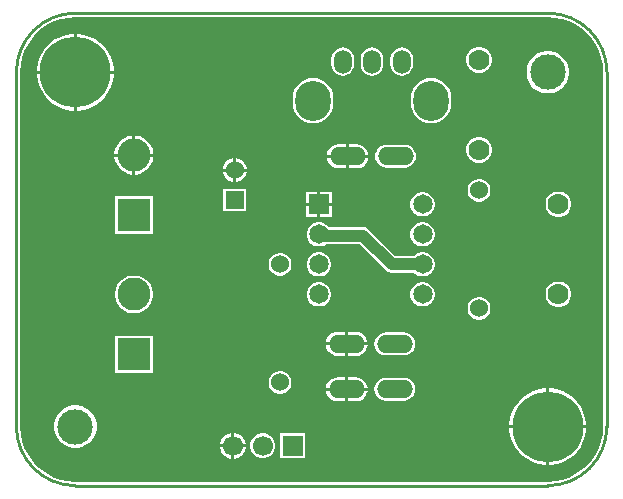
<source format=gbl>
G04*
G04 #@! TF.GenerationSoftware,Altium Limited,CircuitMaker,2.2.1 (2.2.1.6)*
G04*
G04 Layer_Physical_Order=2*
G04 Layer_Color=11436288*
%FSLAX44Y44*%
%MOMM*%
G71*
G04*
G04 #@! TF.SameCoordinates,2AB76CEE-A046-4D56-9755-BC6112196B6F*
G04*
G04*
G04 #@! TF.FilePolarity,Positive*
G04*
G01*
G75*
%ADD10C,0.2540*%
%ADD31C,1.0000*%
%ADD33R,2.7940X2.7940*%
%ADD34C,2.7940*%
%ADD35R,1.5240X1.5240*%
%ADD36C,1.5240*%
%ADD37O,3.0480X1.5240*%
%ADD38R,1.6510X1.6510*%
%ADD39C,1.6510*%
%ADD40O,3.0000X3.4000*%
%ADD41O,1.5000X2.0000*%
%ADD42C,1.7780*%
%ADD43C,1.7000*%
%ADD44R,1.7000X1.7000*%
%ADD45C,3.0000*%
%ADD46C,6.0000*%
G36*
X50000Y396666D02*
X450000D01*
X450000Y396666D01*
X450140Y396694D01*
X456096Y396303D01*
X462088Y395112D01*
X467872Y393148D01*
X473352Y390446D01*
X478431Y387052D01*
X483024Y383024D01*
X487052Y378431D01*
X490446Y373352D01*
X493148Y367873D01*
X495112Y362088D01*
X496303Y356096D01*
X496694Y350140D01*
X496666Y350000D01*
Y50000D01*
X496666Y50000D01*
X496694Y49860D01*
X496303Y43904D01*
X495112Y37912D01*
X493148Y32127D01*
X490446Y26648D01*
X487052Y21569D01*
X483024Y16976D01*
X478431Y12948D01*
X473352Y9554D01*
X467872Y6852D01*
X462088Y4888D01*
X456096Y3697D01*
X450140Y3306D01*
X450000Y3334D01*
X50000D01*
X49860Y3306D01*
X43904Y3697D01*
X37912Y4888D01*
X32127Y6852D01*
X26648Y9554D01*
X21569Y12948D01*
X16976Y16976D01*
X12948Y21569D01*
X9554Y26648D01*
X6852Y32127D01*
X4888Y37912D01*
X3697Y43904D01*
X3306Y49860D01*
X3334Y50000D01*
Y350000D01*
X3306Y350140D01*
X3697Y356096D01*
X4888Y362088D01*
X6852Y367873D01*
X9554Y373352D01*
X12948Y378431D01*
X16976Y383024D01*
X21569Y387052D01*
X26648Y390446D01*
X32127Y393148D01*
X37912Y395112D01*
X43904Y396303D01*
X49860Y396694D01*
X50000Y396666D01*
D02*
G37*
%LPC*%
G36*
X52561Y382540D02*
X51270D01*
Y351270D01*
X82540D01*
Y352561D01*
X81739Y357620D01*
X80156Y362491D01*
X77831Y367055D01*
X74820Y371198D01*
X71198Y374820D01*
X67055Y377831D01*
X62491Y380156D01*
X57620Y381739D01*
X52561Y382540D01*
D02*
G37*
G36*
X48730D02*
X47439D01*
X42380Y381739D01*
X37509Y380156D01*
X32945Y377831D01*
X28802Y374820D01*
X25180Y371198D01*
X22169Y367055D01*
X19844Y362491D01*
X18261Y357620D01*
X17460Y352561D01*
Y351270D01*
X48730D01*
Y382540D01*
D02*
G37*
G36*
X393182Y371489D02*
X390315D01*
X387545Y370747D01*
X385062Y369313D01*
X383034Y367286D01*
X381600Y364803D01*
X380858Y362033D01*
Y359165D01*
X381600Y356396D01*
X383034Y353913D01*
X385062Y351885D01*
X387545Y350451D01*
X390315Y349709D01*
X393182D01*
X395952Y350451D01*
X398435Y351885D01*
X400462Y353913D01*
X401896Y356396D01*
X402638Y359165D01*
Y362033D01*
X401896Y364803D01*
X400462Y367286D01*
X398435Y369313D01*
X395952Y370747D01*
X393182Y371489D01*
D02*
G37*
G36*
X326250Y371082D02*
X323770Y370756D01*
X321459Y369798D01*
X319475Y368275D01*
X317952Y366291D01*
X316994Y363980D01*
X316668Y361500D01*
Y356500D01*
X316994Y354020D01*
X317952Y351709D01*
X319475Y349725D01*
X321459Y348202D01*
X323770Y347244D01*
X326250Y346918D01*
X328730Y347244D01*
X331041Y348202D01*
X333025Y349725D01*
X334548Y351709D01*
X335505Y354020D01*
X335832Y356500D01*
Y361500D01*
X335505Y363980D01*
X334548Y366291D01*
X333025Y368275D01*
X331041Y369798D01*
X328730Y370756D01*
X326250Y371082D01*
D02*
G37*
G36*
X301250D02*
X298770Y370756D01*
X296459Y369798D01*
X294475Y368275D01*
X292952Y366291D01*
X291994Y363980D01*
X291668Y361500D01*
Y356500D01*
X291994Y354020D01*
X292952Y351709D01*
X294475Y349725D01*
X296459Y348202D01*
X298770Y347244D01*
X301250Y346918D01*
X303730Y347244D01*
X306041Y348202D01*
X308025Y349725D01*
X309548Y351709D01*
X310505Y354020D01*
X310832Y356500D01*
Y361500D01*
X310505Y363980D01*
X309548Y366291D01*
X308025Y368275D01*
X306041Y369798D01*
X303730Y370756D01*
X301250Y371082D01*
D02*
G37*
G36*
X276250D02*
X273770Y370756D01*
X271459Y369798D01*
X269475Y368275D01*
X267952Y366291D01*
X266994Y363980D01*
X266668Y361500D01*
Y356500D01*
X266994Y354020D01*
X267952Y351709D01*
X269475Y349725D01*
X271459Y348202D01*
X273770Y347244D01*
X276250Y346918D01*
X278730Y347244D01*
X281041Y348202D01*
X283025Y349725D01*
X284548Y351709D01*
X285505Y354020D01*
X285832Y356500D01*
Y361500D01*
X285505Y363980D01*
X284548Y366291D01*
X283025Y368275D01*
X281041Y369798D01*
X278730Y370756D01*
X276250Y371082D01*
D02*
G37*
G36*
X451773Y368000D02*
X448227D01*
X444750Y367308D01*
X441474Y365951D01*
X438526Y363982D01*
X436018Y361474D01*
X434049Y358526D01*
X432692Y355250D01*
X432000Y351773D01*
Y348227D01*
X432692Y344750D01*
X434049Y341474D01*
X436018Y338526D01*
X438526Y336018D01*
X441474Y334049D01*
X444750Y332692D01*
X448227Y332000D01*
X451773D01*
X455250Y332692D01*
X458526Y334049D01*
X461474Y336018D01*
X463982Y338526D01*
X465951Y341474D01*
X467308Y344750D01*
X468000Y348227D01*
Y351773D01*
X467308Y355250D01*
X465951Y358526D01*
X463982Y361474D01*
X461474Y363982D01*
X458526Y365951D01*
X455250Y367308D01*
X451773Y368000D01*
D02*
G37*
G36*
X82540Y348730D02*
X51270D01*
Y317460D01*
X52561D01*
X57620Y318261D01*
X62491Y319844D01*
X67055Y322169D01*
X71198Y325180D01*
X74820Y328802D01*
X77831Y332945D01*
X80156Y337509D01*
X81739Y342380D01*
X82540Y347439D01*
Y348730D01*
D02*
G37*
G36*
X48730D02*
X17460D01*
Y347439D01*
X18261Y342380D01*
X19844Y337509D01*
X22169Y332945D01*
X25180Y328802D01*
X28802Y325180D01*
X32945Y322169D01*
X37509Y319844D01*
X42380Y318261D01*
X47439Y317460D01*
X48730D01*
Y348730D01*
D02*
G37*
G36*
X351250Y345082D02*
X347917Y344754D01*
X344713Y343782D01*
X341760Y342203D01*
X339171Y340079D01*
X337047Y337490D01*
X335468Y334537D01*
X334496Y331333D01*
X334168Y328000D01*
Y324000D01*
X334496Y320667D01*
X335468Y317463D01*
X337047Y314510D01*
X339171Y311921D01*
X341760Y309797D01*
X344713Y308218D01*
X347917Y307246D01*
X351250Y306918D01*
X354583Y307246D01*
X357787Y308218D01*
X360740Y309797D01*
X363329Y311921D01*
X365453Y314510D01*
X367032Y317463D01*
X368004Y320667D01*
X368332Y324000D01*
Y328000D01*
X368004Y331333D01*
X367032Y334537D01*
X365453Y337490D01*
X363329Y340079D01*
X360740Y342203D01*
X357787Y343782D01*
X354583Y344754D01*
X351250Y345082D01*
D02*
G37*
G36*
X251250D02*
X247917Y344754D01*
X244713Y343782D01*
X241760Y342203D01*
X239171Y340079D01*
X237047Y337490D01*
X235468Y334537D01*
X234496Y331333D01*
X234168Y328000D01*
Y324000D01*
X234496Y320667D01*
X235468Y317463D01*
X237047Y314510D01*
X239171Y311921D01*
X241760Y309797D01*
X244713Y308218D01*
X247917Y307246D01*
X251250Y306918D01*
X254583Y307246D01*
X257787Y308218D01*
X260740Y309797D01*
X263329Y311921D01*
X265453Y314510D01*
X267032Y317463D01*
X268004Y320667D01*
X268332Y324000D01*
Y328000D01*
X268004Y331333D01*
X267032Y334537D01*
X265453Y337490D01*
X263329Y340079D01*
X260740Y342203D01*
X257787Y343782D01*
X254583Y344754D01*
X251250Y345082D01*
D02*
G37*
G36*
X101126Y296410D02*
X100770D01*
Y281170D01*
X116010D01*
Y281526D01*
X115375Y284716D01*
X114131Y287720D01*
X112324Y290424D01*
X110024Y292724D01*
X107320Y294531D01*
X104316Y295776D01*
X101126Y296410D01*
D02*
G37*
G36*
X98230D02*
X97874D01*
X94684Y295776D01*
X91680Y294531D01*
X88975Y292724D01*
X86676Y290424D01*
X84869Y287720D01*
X83624Y284716D01*
X82990Y281526D01*
Y281170D01*
X98230D01*
Y296410D01*
D02*
G37*
G36*
X288052Y288998D02*
X281702D01*
Y280020D01*
X298132D01*
X297950Y281402D01*
X296926Y283874D01*
X295298Y285996D01*
X293176Y287625D01*
X290704Y288648D01*
X288052Y288998D01*
D02*
G37*
G36*
X279162D02*
X272812D01*
X270159Y288648D01*
X267688Y287625D01*
X265565Y285996D01*
X263937Y283874D01*
X262913Y281402D01*
X262731Y280020D01*
X279162D01*
Y288998D01*
D02*
G37*
G36*
X393182Y295289D02*
X390315D01*
X387545Y294547D01*
X385062Y293113D01*
X383034Y291086D01*
X381600Y288603D01*
X380858Y285833D01*
Y282966D01*
X381600Y280196D01*
X383034Y277713D01*
X385062Y275685D01*
X387545Y274251D01*
X390315Y273509D01*
X393182D01*
X395952Y274251D01*
X398435Y275685D01*
X400462Y277713D01*
X401896Y280196D01*
X402638Y282966D01*
Y285833D01*
X401896Y288603D01*
X400462Y291086D01*
X398435Y293113D01*
X395952Y294547D01*
X393182Y295289D01*
D02*
G37*
G36*
X328692Y288453D02*
X313452D01*
X310940Y288122D01*
X308600Y287153D01*
X306591Y285611D01*
X305049Y283601D01*
X304079Y281261D01*
X303749Y278750D01*
X304079Y276239D01*
X305049Y273899D01*
X306591Y271889D01*
X308600Y270347D01*
X310940Y269378D01*
X313452Y269047D01*
X328692D01*
X331203Y269378D01*
X333543Y270347D01*
X335553Y271889D01*
X337095Y273899D01*
X338064Y276239D01*
X338395Y278750D01*
X338064Y281261D01*
X337095Y283601D01*
X335553Y285611D01*
X333543Y287153D01*
X331203Y288122D01*
X328692Y288453D01*
D02*
G37*
G36*
X298132Y277480D02*
X281702D01*
Y268502D01*
X288052D01*
X290704Y268852D01*
X293176Y269875D01*
X295298Y271504D01*
X296926Y273626D01*
X297950Y276098D01*
X298132Y277480D01*
D02*
G37*
G36*
X279162D02*
X262731D01*
X262913Y276098D01*
X263937Y273626D01*
X265565Y271504D01*
X267688Y269875D01*
X270159Y268852D01*
X272812Y268502D01*
X279162D01*
Y277480D01*
D02*
G37*
G36*
X186338Y277310D02*
X186270D01*
Y268420D01*
X195160D01*
Y268488D01*
X194468Y271072D01*
X193130Y273388D01*
X191238Y275280D01*
X188922Y276618D01*
X186338Y277310D01*
D02*
G37*
G36*
X183730D02*
X183662D01*
X181078Y276618D01*
X178762Y275280D01*
X176870Y273388D01*
X175532Y271072D01*
X174840Y268488D01*
Y268420D01*
X183730D01*
Y277310D01*
D02*
G37*
G36*
X116010Y278630D02*
X100770D01*
Y263390D01*
X101126D01*
X104316Y264025D01*
X107320Y265269D01*
X110024Y267076D01*
X112324Y269375D01*
X114131Y272080D01*
X115375Y275084D01*
X116010Y278274D01*
Y278630D01*
D02*
G37*
G36*
X98230D02*
X82990D01*
Y278274D01*
X83624Y275084D01*
X84869Y272080D01*
X86676Y269375D01*
X88975Y267076D01*
X91680Y265269D01*
X94684Y264025D01*
X97874Y263390D01*
X98230D01*
Y278630D01*
D02*
G37*
G36*
X195160Y265880D02*
X186270D01*
Y256990D01*
X186338D01*
X188922Y257682D01*
X191238Y259020D01*
X193130Y260912D01*
X194468Y263228D01*
X195160Y265812D01*
Y265880D01*
D02*
G37*
G36*
X183730D02*
X174840D01*
Y265812D01*
X175532Y263228D01*
X176870Y260912D01*
X178762Y259020D01*
X181078Y257682D01*
X183662Y256990D01*
X183730D01*
Y265880D01*
D02*
G37*
G36*
X393015Y259621D02*
X390482D01*
X388035Y258965D01*
X385841Y257698D01*
X384050Y255907D01*
X382784Y253714D01*
X382128Y251267D01*
Y248734D01*
X382784Y246287D01*
X384050Y244094D01*
X385841Y242303D01*
X388035Y241036D01*
X390482Y240381D01*
X393015D01*
X395462Y241036D01*
X397655Y242303D01*
X399446Y244094D01*
X400713Y246287D01*
X401368Y248734D01*
Y251267D01*
X400713Y253714D01*
X399446Y255907D01*
X397655Y257698D01*
X395462Y258965D01*
X393015Y259621D01*
D02*
G37*
G36*
X266980Y248895D02*
X257455D01*
Y239370D01*
X266980D01*
Y248895D01*
D02*
G37*
G36*
X254915D02*
X245390D01*
Y239370D01*
X254915D01*
Y248895D01*
D02*
G37*
G36*
X194620Y251370D02*
X175380D01*
Y232130D01*
X194620D01*
Y251370D01*
D02*
G37*
G36*
X345292Y248355D02*
X342592D01*
X339984Y247656D01*
X337645Y246306D01*
X335736Y244397D01*
X334386Y242058D01*
X333687Y239450D01*
Y236750D01*
X334386Y234142D01*
X335736Y231803D01*
X337645Y229894D01*
X339984Y228544D01*
X342592Y227845D01*
X345292D01*
X347900Y228544D01*
X350239Y229894D01*
X352148Y231803D01*
X353498Y234142D01*
X354197Y236750D01*
Y239450D01*
X353498Y242058D01*
X352148Y244397D01*
X350239Y246306D01*
X347900Y247656D01*
X345292Y248355D01*
D02*
G37*
G36*
X266980Y236830D02*
X257455D01*
Y227305D01*
X266980D01*
Y236830D01*
D02*
G37*
G36*
X254915D02*
X245390D01*
Y227305D01*
X254915D01*
Y236830D01*
D02*
G37*
G36*
X460434Y248991D02*
X457566D01*
X454797Y248249D01*
X452313Y246815D01*
X450286Y244787D01*
X448852Y242304D01*
X448110Y239534D01*
Y236667D01*
X448852Y233897D01*
X450286Y231414D01*
X452313Y229387D01*
X454797Y227953D01*
X457566Y227211D01*
X460434D01*
X463203Y227953D01*
X465687Y229387D01*
X467714Y231414D01*
X469148Y233897D01*
X469890Y236667D01*
Y239534D01*
X469148Y242304D01*
X467714Y244787D01*
X465687Y246815D01*
X463203Y248249D01*
X460434Y248991D01*
D02*
G37*
G36*
X115470Y245070D02*
X83530D01*
Y213130D01*
X115470D01*
Y245070D01*
D02*
G37*
G36*
X345292Y222955D02*
X342592D01*
X339984Y222256D01*
X337645Y220906D01*
X335736Y218997D01*
X334386Y216658D01*
X333687Y214050D01*
Y211350D01*
X334386Y208742D01*
X335736Y206403D01*
X337645Y204494D01*
X339984Y203144D01*
X342592Y202445D01*
X345292D01*
X347900Y203144D01*
X350239Y204494D01*
X352148Y206403D01*
X353498Y208742D01*
X354197Y211350D01*
Y214050D01*
X353498Y216658D01*
X352148Y218997D01*
X350239Y220906D01*
X347900Y222256D01*
X345292Y222955D01*
D02*
G37*
G36*
X224515Y196920D02*
X221982D01*
X219535Y196264D01*
X217342Y194998D01*
X215550Y193207D01*
X214284Y191013D01*
X213628Y188566D01*
Y186033D01*
X214284Y183587D01*
X215550Y181393D01*
X217342Y179602D01*
X219535Y178336D01*
X221982Y177680D01*
X224515D01*
X226961Y178336D01*
X229155Y179602D01*
X230946Y181393D01*
X232213Y183587D01*
X232868Y186033D01*
Y188566D01*
X232213Y191013D01*
X230946Y193207D01*
X229155Y194998D01*
X226961Y196264D01*
X224515Y196920D01*
D02*
G37*
G36*
X257535Y222955D02*
X254835D01*
X252227Y222256D01*
X249888Y220906D01*
X247979Y218997D01*
X246629Y216658D01*
X245930Y214050D01*
Y211350D01*
X246629Y208742D01*
X247979Y206403D01*
X249888Y204494D01*
X252227Y203144D01*
X254835Y202445D01*
X257535D01*
X260143Y203144D01*
X262482Y204494D01*
X262677Y204690D01*
X290326D01*
X312708Y182308D01*
X314170Y181185D01*
X315873Y180480D01*
X317700Y180240D01*
X336500D01*
X337645Y179094D01*
X339984Y177744D01*
X342592Y177045D01*
X345292D01*
X347900Y177744D01*
X350239Y179094D01*
X352148Y181003D01*
X353498Y183342D01*
X354197Y185950D01*
Y188650D01*
X353498Y191258D01*
X352148Y193597D01*
X350239Y195506D01*
X347900Y196856D01*
X345292Y197555D01*
X342592D01*
X339984Y196856D01*
X337645Y195506D01*
X336500Y194360D01*
X320625D01*
X298242Y216742D01*
X296780Y217864D01*
X295077Y218570D01*
X293250Y218810D01*
X264499D01*
X264391Y218997D01*
X262482Y220906D01*
X260143Y222256D01*
X257535Y222955D01*
D02*
G37*
G36*
Y197555D02*
X254835D01*
X252227Y196856D01*
X249888Y195506D01*
X247979Y193597D01*
X246629Y191258D01*
X245930Y188650D01*
Y185950D01*
X246629Y183342D01*
X247979Y181003D01*
X249888Y179094D01*
X252227Y177744D01*
X254835Y177045D01*
X257535D01*
X260143Y177744D01*
X262482Y179094D01*
X264391Y181003D01*
X265741Y183342D01*
X266440Y185950D01*
Y188650D01*
X265741Y191258D01*
X264391Y193597D01*
X262482Y195506D01*
X260143Y196856D01*
X257535Y197555D01*
D02*
G37*
G36*
X345292Y172155D02*
X342592D01*
X339984Y171456D01*
X337645Y170106D01*
X335736Y168197D01*
X334386Y165858D01*
X333687Y163250D01*
Y160550D01*
X334386Y157942D01*
X335736Y155603D01*
X337645Y153694D01*
X339984Y152344D01*
X342592Y151645D01*
X345292D01*
X347900Y152344D01*
X350239Y153694D01*
X352148Y155603D01*
X353498Y157942D01*
X354197Y160550D01*
Y163250D01*
X353498Y165858D01*
X352148Y168197D01*
X350239Y170106D01*
X347900Y171456D01*
X345292Y172155D01*
D02*
G37*
G36*
X257535D02*
X254835D01*
X252227Y171456D01*
X249888Y170106D01*
X247979Y168197D01*
X246629Y165858D01*
X245930Y163250D01*
Y160550D01*
X246629Y157942D01*
X247979Y155603D01*
X249888Y153694D01*
X252227Y152344D01*
X254835Y151645D01*
X257535D01*
X260143Y152344D01*
X262482Y153694D01*
X264391Y155603D01*
X265741Y157942D01*
X266440Y160550D01*
Y163250D01*
X265741Y165858D01*
X264391Y168197D01*
X262482Y170106D01*
X260143Y171456D01*
X257535Y172155D01*
D02*
G37*
G36*
X460434Y172791D02*
X457566D01*
X454797Y172049D01*
X452313Y170615D01*
X450286Y168587D01*
X448852Y166104D01*
X448110Y163335D01*
Y160467D01*
X448852Y157697D01*
X450286Y155214D01*
X452313Y153187D01*
X454797Y151753D01*
X457566Y151011D01*
X460434D01*
X463203Y151753D01*
X465687Y153187D01*
X467714Y155214D01*
X469148Y157697D01*
X469890Y160467D01*
Y163335D01*
X469148Y166104D01*
X467714Y168587D01*
X465687Y170615D01*
X463203Y172049D01*
X460434Y172791D01*
D02*
G37*
G36*
X101073Y177870D02*
X97927D01*
X94842Y177256D01*
X91935Y176052D01*
X89320Y174305D01*
X87095Y172080D01*
X85348Y169465D01*
X84144Y166558D01*
X83530Y163473D01*
Y160327D01*
X84144Y157242D01*
X85348Y154335D01*
X87095Y151720D01*
X89320Y149495D01*
X91935Y147748D01*
X94842Y146544D01*
X97927Y145930D01*
X101073D01*
X104158Y146544D01*
X107065Y147748D01*
X109680Y149495D01*
X111905Y151720D01*
X113652Y154335D01*
X114856Y157242D01*
X115470Y160327D01*
Y163473D01*
X114856Y166558D01*
X113652Y169465D01*
X111905Y172080D01*
X109680Y174305D01*
X107065Y176052D01*
X104158Y177256D01*
X101073Y177870D01*
D02*
G37*
G36*
X393017Y159619D02*
X390484D01*
X388037Y158964D01*
X385843Y157697D01*
X384052Y155906D01*
X382786Y153713D01*
X382130Y151266D01*
Y148733D01*
X382786Y146286D01*
X384052Y144093D01*
X385843Y142302D01*
X388037Y141035D01*
X390484Y140379D01*
X393017D01*
X395463Y141035D01*
X397657Y142302D01*
X399448Y144093D01*
X400714Y146286D01*
X401370Y148733D01*
Y151266D01*
X400714Y153713D01*
X399448Y155906D01*
X397657Y157697D01*
X395463Y158964D01*
X393017Y159619D01*
D02*
G37*
G36*
X287363Y130248D02*
X281014D01*
Y121270D01*
X297444D01*
X297262Y122652D01*
X296238Y125124D01*
X294610Y127246D01*
X292487Y128875D01*
X290016Y129899D01*
X287363Y130248D01*
D02*
G37*
G36*
X278474D02*
X272124D01*
X269471Y129899D01*
X267000Y128875D01*
X264877Y127246D01*
X263249Y125124D01*
X262225Y122652D01*
X262043Y121270D01*
X278474D01*
Y130248D01*
D02*
G37*
G36*
X328004Y129703D02*
X312764D01*
X310252Y129372D01*
X307912Y128403D01*
X305903Y126861D01*
X304361Y124852D01*
X303391Y122511D01*
X303060Y120000D01*
X303391Y117489D01*
X304361Y115148D01*
X305903Y113139D01*
X307912Y111597D01*
X310252Y110628D01*
X312764Y110297D01*
X328004D01*
X330515Y110628D01*
X332855Y111597D01*
X334865Y113139D01*
X336407Y115148D01*
X337376Y117489D01*
X337706Y120000D01*
X337376Y122511D01*
X336407Y124852D01*
X334865Y126861D01*
X332855Y128403D01*
X330515Y129372D01*
X328004Y129703D01*
D02*
G37*
G36*
X297444Y118730D02*
X281014D01*
Y109752D01*
X287363D01*
X290016Y110101D01*
X292487Y111125D01*
X294610Y112754D01*
X296238Y114876D01*
X297262Y117348D01*
X297444Y118730D01*
D02*
G37*
G36*
X278474D02*
X262043D01*
X262225Y117348D01*
X263249Y114876D01*
X264877Y112754D01*
X267000Y111125D01*
X269471Y110101D01*
X272124Y109752D01*
X278474D01*
Y118730D01*
D02*
G37*
G36*
X115470Y127070D02*
X83530D01*
Y95130D01*
X115470D01*
Y127070D01*
D02*
G37*
G36*
X287363Y91748D02*
X281014D01*
Y82770D01*
X297444D01*
X297262Y84152D01*
X296238Y86624D01*
X294610Y88746D01*
X292487Y90375D01*
X290016Y91398D01*
X287363Y91748D01*
D02*
G37*
G36*
X278474D02*
X272124D01*
X269471Y91398D01*
X267000Y90375D01*
X264877Y88746D01*
X263249Y86624D01*
X262225Y84152D01*
X262043Y82770D01*
X278474D01*
Y91748D01*
D02*
G37*
G36*
X224517Y96919D02*
X221984D01*
X219537Y96263D01*
X217343Y94997D01*
X215552Y93206D01*
X214286Y91012D01*
X213630Y88565D01*
Y86032D01*
X214286Y83586D01*
X215552Y81392D01*
X217343Y79601D01*
X219537Y78334D01*
X221984Y77679D01*
X224517D01*
X226963Y78334D01*
X229157Y79601D01*
X230948Y81392D01*
X232214Y83586D01*
X232870Y86032D01*
Y88565D01*
X232214Y91012D01*
X230948Y93206D01*
X229157Y94997D01*
X226963Y96263D01*
X224517Y96919D01*
D02*
G37*
G36*
X328004Y91203D02*
X312764D01*
X310252Y90872D01*
X307912Y89903D01*
X305903Y88361D01*
X304361Y86351D01*
X303391Y84011D01*
X303060Y81500D01*
X303391Y78989D01*
X304361Y76649D01*
X305903Y74639D01*
X307912Y73097D01*
X310252Y72128D01*
X312764Y71797D01*
X328004D01*
X330515Y72128D01*
X332855Y73097D01*
X334865Y74639D01*
X336407Y76649D01*
X337376Y78989D01*
X337706Y81500D01*
X337376Y84011D01*
X336407Y86351D01*
X334865Y88361D01*
X332855Y89903D01*
X330515Y90872D01*
X328004Y91203D01*
D02*
G37*
G36*
X297444Y80230D02*
X281014D01*
Y71252D01*
X287363D01*
X290016Y71602D01*
X292487Y72625D01*
X294610Y74254D01*
X296238Y76376D01*
X297262Y78848D01*
X297444Y80230D01*
D02*
G37*
G36*
X278474D02*
X262043D01*
X262225Y78848D01*
X263249Y76376D01*
X264877Y74254D01*
X267000Y72625D01*
X269471Y71602D01*
X272124Y71252D01*
X278474D01*
Y80230D01*
D02*
G37*
G36*
X452561Y82540D02*
X451270D01*
Y51270D01*
X482540D01*
Y52561D01*
X481739Y57620D01*
X480156Y62491D01*
X477831Y67055D01*
X474820Y71198D01*
X471198Y74820D01*
X467055Y77831D01*
X462491Y80156D01*
X457620Y81739D01*
X452561Y82540D01*
D02*
G37*
G36*
X448730D02*
X447439D01*
X442380Y81739D01*
X437509Y80156D01*
X432945Y77831D01*
X428802Y74820D01*
X425180Y71198D01*
X422169Y67055D01*
X419844Y62491D01*
X418261Y57620D01*
X417460Y52561D01*
Y51270D01*
X448730D01*
Y82540D01*
D02*
G37*
G36*
X184703Y44790D02*
X184520D01*
Y35020D01*
X194290D01*
Y35203D01*
X193538Y38011D01*
X192084Y40529D01*
X190029Y42584D01*
X187511Y44038D01*
X184703Y44790D01*
D02*
G37*
G36*
X181980D02*
X181797D01*
X178989Y44038D01*
X176471Y42584D01*
X174416Y40529D01*
X172962Y38011D01*
X172210Y35203D01*
Y35020D01*
X181980D01*
Y44790D01*
D02*
G37*
G36*
X51773Y68000D02*
X48227D01*
X44750Y67308D01*
X41474Y65951D01*
X38526Y63981D01*
X36019Y61474D01*
X34049Y58526D01*
X32692Y55250D01*
X32000Y51773D01*
Y48227D01*
X32692Y44750D01*
X34049Y41474D01*
X36019Y38526D01*
X38526Y36019D01*
X41474Y34049D01*
X44750Y32692D01*
X48227Y32000D01*
X51773D01*
X55250Y32692D01*
X58526Y34049D01*
X61474Y36019D01*
X63981Y38526D01*
X65951Y41474D01*
X67308Y44750D01*
X68000Y48227D01*
Y51773D01*
X67308Y55250D01*
X65951Y58526D01*
X63981Y61474D01*
X61474Y63981D01*
X58526Y65951D01*
X55250Y67308D01*
X51773Y68000D01*
D02*
G37*
G36*
X244550Y44250D02*
X223550D01*
Y23250D01*
X244550D01*
Y44250D01*
D02*
G37*
G36*
X210032D02*
X207268D01*
X204597Y43534D01*
X202203Y42152D01*
X200248Y40197D01*
X198866Y37803D01*
X198150Y35132D01*
Y32368D01*
X198866Y29697D01*
X200248Y27303D01*
X202203Y25348D01*
X204597Y23966D01*
X207268Y23250D01*
X210032D01*
X212703Y23966D01*
X215097Y25348D01*
X217052Y27303D01*
X218434Y29697D01*
X219150Y32368D01*
Y35132D01*
X218434Y37803D01*
X217052Y40197D01*
X215097Y42152D01*
X212703Y43534D01*
X210032Y44250D01*
D02*
G37*
G36*
X194290Y32480D02*
X184520D01*
Y22710D01*
X184703D01*
X187511Y23462D01*
X190029Y24916D01*
X192084Y26971D01*
X193538Y29489D01*
X194290Y32297D01*
Y32480D01*
D02*
G37*
G36*
X181980D02*
X172210D01*
Y32297D01*
X172962Y29489D01*
X174416Y26971D01*
X176471Y24916D01*
X178989Y23462D01*
X181797Y22710D01*
X181980D01*
Y32480D01*
D02*
G37*
G36*
X482540Y48730D02*
X451270D01*
Y17460D01*
X452561D01*
X457620Y18261D01*
X462491Y19844D01*
X467055Y22169D01*
X471198Y25180D01*
X474820Y28802D01*
X477831Y32945D01*
X480156Y37509D01*
X481739Y42380D01*
X482540Y47439D01*
Y48730D01*
D02*
G37*
G36*
X448730D02*
X417460D01*
Y47439D01*
X418261Y42380D01*
X419844Y37509D01*
X422169Y32945D01*
X425180Y28802D01*
X428802Y25180D01*
X432945Y22169D01*
X437509Y19844D01*
X442380Y18261D01*
X447439Y17460D01*
X448730D01*
Y48730D01*
D02*
G37*
%LPD*%
G54D10*
X450000Y400000D02*
G03*
X450000Y400000I0J0D01*
G01*
X500000Y50000D02*
G03*
X500000Y50000I0J0D01*
G01*
Y350000D02*
G03*
X450000Y400000I-50000J0D01*
G01*
Y0D02*
G03*
X500000Y50000I0J50000D01*
G01*
X0D02*
G03*
X50000Y0I50000J0D01*
G01*
Y400000D02*
G03*
X0Y350000I0J-50000D01*
G01*
X50000Y400000D02*
X450000D01*
X0Y50000D02*
Y350000D01*
X50000Y0D02*
X450000D01*
X500000Y50000D02*
Y350000D01*
G54D31*
X256185Y212700D02*
X257135Y211750D01*
X293250D01*
X317700Y187300D01*
X343942D01*
G54D33*
X99500Y229100D02*
D03*
Y111100D02*
D03*
G54D34*
Y279900D02*
D03*
Y161900D02*
D03*
G54D35*
X185000Y241750D02*
D03*
G54D36*
Y267150D02*
D03*
X274664Y81500D02*
D03*
X325463D02*
D03*
X275352Y278750D02*
D03*
X326152D02*
D03*
X325463Y120000D02*
D03*
X274664D02*
D03*
X223250Y87299D02*
D03*
X223248Y187300D02*
D03*
X391750Y149999D02*
D03*
X391748Y250001D02*
D03*
G54D37*
X279743Y81500D02*
D03*
X320383D02*
D03*
X280432Y278750D02*
D03*
X321072D02*
D03*
X320383Y120000D02*
D03*
X279743D02*
D03*
G54D38*
X256185Y238100D02*
D03*
G54D39*
Y212700D02*
D03*
Y161900D02*
D03*
X343942D02*
D03*
Y187300D02*
D03*
Y212700D02*
D03*
Y238100D02*
D03*
X256185Y187300D02*
D03*
G54D40*
X251250Y326000D02*
D03*
X351250D02*
D03*
G54D41*
X276250Y359000D02*
D03*
X301250D02*
D03*
X326250D02*
D03*
G54D42*
X391748Y360599D02*
D03*
Y284399D02*
D03*
X459000Y161901D02*
D03*
Y238101D02*
D03*
G54D43*
X183250Y33750D02*
D03*
X208650D02*
D03*
G54D44*
X234050D02*
D03*
G54D45*
X450000Y350000D02*
D03*
X50000Y50000D02*
D03*
G54D46*
X450000D02*
D03*
X50000Y350000D02*
D03*
M02*

</source>
